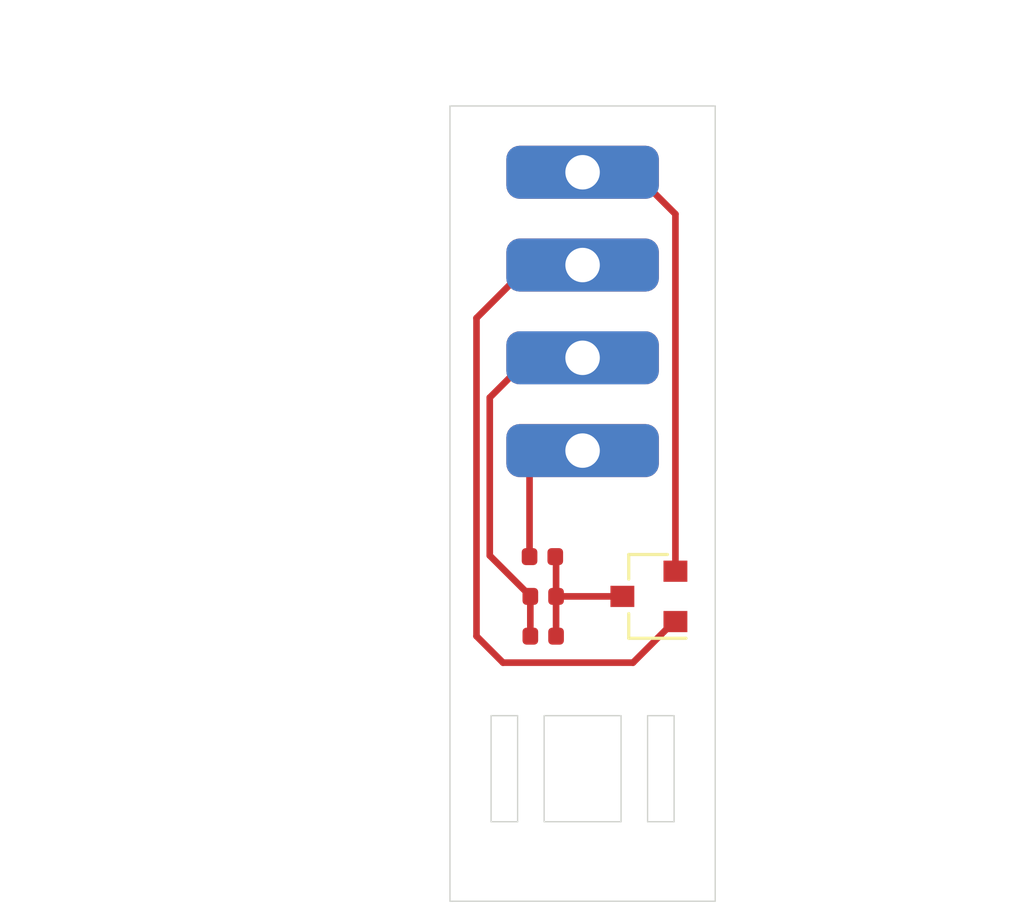
<source format=kicad_pcb>
(kicad_pcb (version 20171130) (host pcbnew "(5.1.5)-3")

  (general
    (thickness 0.2032)
    (drawings 24)
    (tracks 22)
    (zones 0)
    (modules 8)
    (nets 6)
  )

  (page A4)
  (layers
    (0 F.Cu signal)
    (31 B.Cu signal)
    (33 F.Adhes user)
    (35 F.Paste user)
    (37 F.SilkS user)
    (38 B.Mask user)
    (39 F.Mask user)
    (40 Dwgs.User user)
    (41 Cmts.User user)
    (42 Eco1.User user)
    (43 Eco2.User user)
    (44 Edge.Cuts user)
    (45 Margin user)
    (46 B.CrtYd user)
    (47 F.CrtYd user)
    (49 F.Fab user)
  )

  (setup
    (last_trace_width 0.25)
    (trace_clearance 0.2)
    (zone_clearance 0.508)
    (zone_45_only no)
    (trace_min 0.2)
    (via_size 0.8)
    (via_drill 0.4)
    (via_min_size 0.4)
    (via_min_drill 0.3)
    (uvia_size 0.3)
    (uvia_drill 0.1)
    (uvias_allowed no)
    (uvia_min_size 0.2)
    (uvia_min_drill 0.1)
    (edge_width 0.05)
    (segment_width 0.2)
    (pcb_text_width 0.3)
    (pcb_text_size 1.5 1.5)
    (mod_edge_width 0.12)
    (mod_text_size 1 1)
    (mod_text_width 0.15)
    (pad_size 1.3 1.3)
    (pad_drill 1.3)
    (pad_to_mask_clearance 0.05)
    (aux_axis_origin 0 0)
    (visible_elements 7FFFFFFF)
    (pcbplotparams
      (layerselection 0x01000_7fffffff)
      (usegerberextensions false)
      (usegerberattributes true)
      (usegerberadvancedattributes true)
      (creategerberjobfile true)
      (excludeedgelayer true)
      (linewidth 0.100000)
      (plotframeref false)
      (viasonmask false)
      (mode 1)
      (useauxorigin false)
      (hpglpennumber 1)
      (hpglpenspeed 20)
      (hpglpendiameter 15.000000)
      (psnegative false)
      (psa4output false)
      (plotreference true)
      (plotvalue true)
      (plotinvisibletext false)
      (padsonsilk false)
      (subtractmaskfromsilk false)
      (outputformat 1)
      (mirror false)
      (drillshape 0)
      (scaleselection 1)
      (outputdirectory ""))
  )

  (net 0 "")
  (net 1 "Net-(C1-Pad2)")
  (net 2 "Net-(C1-Pad1)")
  (net 3 "Net-(J1-Pad1)")
  (net 4 GND)
  (net 5 "Net-(C2-Pad2)")

  (net_class Default "This is the default net class."
    (clearance 0.2)
    (trace_width 0.25)
    (via_dia 0.8)
    (via_drill 0.4)
    (uvia_dia 0.3)
    (uvia_drill 0.1)
    (add_net GND)
    (add_net "Net-(C1-Pad1)")
    (add_net "Net-(C1-Pad2)")
    (add_net "Net-(C2-Pad2)")
    (add_net "Net-(J1-Pad1)")
  )

  (module HarwinHVv2board:Pin_D1.3mm_L5.75mmW2.0mm (layer F.Cu) (tedit 5F7DFB19) (tstamp 603FA422)
    (at 172 110)
    (descr "solder Pin_ diameter 1.3mm, hole diameter 1.3mm, length 11.0mm")
    (tags "solder Pin_ pressfit")
    (path /5F3EF7C5)
    (fp_text reference J4 (at 0 -3.2) (layer F.SilkS) hide
      (effects (font (size 1 1) (thickness 0.15)))
    )
    (fp_text value P (at 0 3.2) (layer F.Fab)
      (effects (font (size 1 1) (thickness 0.15)))
    )
    (fp_text user %R (at 0.3 0) (layer F.Fab)
      (effects (font (size 1 1) (thickness 0.15)))
    )
    (fp_circle (center 0 0) (end 0.65 -0.05) (layer F.Fab) (width 0.12))
    (pad 2 smd circle (at 0 0) (size 1.8 1.8) (layers B.Cu F.Paste F.Mask))
    (pad 1 thru_hole roundrect (at 0 0) (size 5.75 2) (drill 1.3) (layers F.Cu F.Mask) (roundrect_rratio 0.25)
      (net 5 "Net-(C2-Pad2)"))
    (model "${KIPRJMOD}/Harwin socket 018664.STEP"
      (at (xyz 0 0 0))
      (scale (xyz 1 1 1))
      (rotate (xyz -90 0 0))
    )
  )

  (module HarwinHVv2board:Pin_D1.3mm_L5.75mmW2.0mm (layer F.Cu) (tedit 5F7DFB19) (tstamp 5F5380A9)
    (at 172 99.5)
    (descr "solder Pin_ diameter 1.3mm, hole diameter 1.3mm, length 11.0mm")
    (tags "solder Pin_ pressfit")
    (path /5F3EE1A4)
    (fp_text reference J1 (at 0 2.4) (layer F.SilkS) hide
      (effects (font (size 1 1) (thickness 0.15)))
    )
    (fp_text value D (at 4 0) (layer F.SilkS) hide
      (effects (font (size 1 1) (thickness 0.15)))
    )
    (fp_text user %R (at 0 2.4) (layer F.Fab)
      (effects (font (size 1 1) (thickness 0.15)))
    )
    (fp_circle (center 0 0) (end 0.65 -0.05) (layer F.Fab) (width 0.12))
    (pad 2 smd circle (at 0 0) (size 1.8 1.8) (layers B.Cu F.Paste F.Mask))
    (pad 1 thru_hole roundrect (at 0 0) (size 5.75 2) (drill 1.3) (layers F.Cu F.Mask) (roundrect_rratio 0.25)
      (net 3 "Net-(J1-Pad1)"))
    (model "${KIPRJMOD}/Harwin socket 018664.STEP"
      (at (xyz 0 0 0))
      (scale (xyz 1 1 1))
      (rotate (xyz -90 0 0))
    )
  )

  (module HarwinHVv2board:Pin_D1.3mm_L5.75mmW2.0mm (layer F.Cu) (tedit 5F7DFB19) (tstamp 5F538073)
    (at 172 106.5)
    (descr "solder Pin_ diameter 1.3mm, hole diameter 1.3mm, length 11.0mm")
    (tags "solder Pin_ pressfit")
    (path /5F3EF4E1)
    (fp_text reference J3 (at 0 2.4) (layer F.SilkS) hide
      (effects (font (size 1 1) (thickness 0.15)))
    )
    (fp_text value F (at 4 0) (layer F.SilkS) hide
      (effects (font (size 1 1) (thickness 0.15)))
    )
    (fp_text user %R (at 0 2.4) (layer F.Fab)
      (effects (font (size 1 1) (thickness 0.15)))
    )
    (fp_circle (center 0 0) (end 0.65 -0.05) (layer F.Fab) (width 0.12))
    (pad 2 smd circle (at 0 0) (size 1.8 1.8) (layers B.Cu F.Paste F.Mask)
      (net 1 "Net-(C1-Pad2)"))
    (pad 1 thru_hole roundrect (at 0 0) (size 5.75 2) (drill 1.3) (layers F.Cu F.Mask) (roundrect_rratio 0.25)
      (net 1 "Net-(C1-Pad2)"))
    (model "${KIPRJMOD}/Harwin socket 018664.STEP"
      (at (xyz 0 0 0))
      (scale (xyz 1 1 1))
      (rotate (xyz -90 0 0))
    )
  )

  (module HarwinHVv2board:Pin_D1.3mm_L5.75mmW2.0mm (layer F.Cu) (tedit 5F7DFB19) (tstamp 5F538085)
    (at 172 103)
    (descr "solder Pin_ diameter 1.3mm, hole diameter 1.3mm, length 11.0mm")
    (tags "solder Pin_ pressfit")
    (path /5F3EF25D)
    (fp_text reference J2 (at 0 2.4) (layer F.SilkS) hide
      (effects (font (size 1 1) (thickness 0.15)))
    )
    (fp_text value S (at 4 0) (layer F.SilkS) hide
      (effects (font (size 1 1) (thickness 0.15)))
    )
    (fp_text user %R (at 0 2.4) (layer F.Fab)
      (effects (font (size 1 1) (thickness 0.15)))
    )
    (fp_circle (center 0 0) (end 0.65 -0.05) (layer F.Fab) (width 0.12))
    (pad 2 smd circle (at 0 0) (size 1.8 1.8) (layers B.Cu F.Paste F.Mask))
    (pad 1 thru_hole roundrect (at 0 0) (size 5.75 2) (drill 1.3) (layers F.Cu F.Mask) (roundrect_rratio 0.25)
      (net 4 GND))
    (model "${KIPRJMOD}/Harwin socket 018664.STEP"
      (at (xyz 0 0 0))
      (scale (xyz 1 1 1))
      (rotate (xyz -90 0 0))
    )
  )

  (module Resistor_SMD:R_0402_1005Metric (layer F.Cu) (tedit 5B301BBD) (tstamp 603FA2E1)
    (at 170.485 114 180)
    (descr "Resistor SMD 0402 (1005 Metric), square (rectangular) end terminal, IPC_7351 nominal, (Body size source: http://www.tortai-tech.com/upload/download/2011102023233369053.pdf), generated with kicad-footprint-generator")
    (tags resistor)
    (path /5F3F69C4)
    (attr smd)
    (fp_text reference C2 (at 1.985 0) (layer F.SilkS) hide
      (effects (font (size 1 1) (thickness 0.15)))
    )
    (fp_text value C (at 0 1.17) (layer F.Fab)
      (effects (font (size 1 1) (thickness 0.15)))
    )
    (fp_text user %R (at 0 0) (layer F.Fab)
      (effects (font (size 0.25 0.25) (thickness 0.04)))
    )
    (fp_line (start 0.93 0.47) (end -0.93 0.47) (layer F.CrtYd) (width 0.05))
    (fp_line (start 0.93 -0.47) (end 0.93 0.47) (layer F.CrtYd) (width 0.05))
    (fp_line (start -0.93 -0.47) (end 0.93 -0.47) (layer F.CrtYd) (width 0.05))
    (fp_line (start -0.93 0.47) (end -0.93 -0.47) (layer F.CrtYd) (width 0.05))
    (fp_line (start 0.5 0.25) (end -0.5 0.25) (layer F.Fab) (width 0.1))
    (fp_line (start 0.5 -0.25) (end 0.5 0.25) (layer F.Fab) (width 0.1))
    (fp_line (start -0.5 -0.25) (end 0.5 -0.25) (layer F.Fab) (width 0.1))
    (fp_line (start -0.5 0.25) (end -0.5 -0.25) (layer F.Fab) (width 0.1))
    (pad 2 smd roundrect (at 0.485 0 180) (size 0.59 0.64) (layers F.Cu F.Paste F.Mask) (roundrect_rratio 0.25)
      (net 5 "Net-(C2-Pad2)"))
    (pad 1 smd roundrect (at -0.485 0 180) (size 0.59 0.64) (layers F.Cu F.Paste F.Mask) (roundrect_rratio 0.25)
      (net 2 "Net-(C1-Pad1)"))
    (model ${KISYS3DMOD}/Resistor_SMD.3dshapes/R_0402_1005Metric.wrl
      (at (xyz 0 0 0))
      (scale (xyz 1 1 1))
      (rotate (xyz 0 0 0))
    )
  )

  (module Resistor_SMD:R_0402_1005Metric (layer F.Cu) (tedit 5B301BBD) (tstamp 603FA790)
    (at 170.515 115.5 180)
    (descr "Resistor SMD 0402 (1005 Metric), square (rectangular) end terminal, IPC_7351 nominal, (Body size source: http://www.tortai-tech.com/upload/download/2011102023233369053.pdf), generated with kicad-footprint-generator")
    (tags resistor)
    (path /5F3F49EA)
    (attr smd)
    (fp_text reference C1 (at 2.015 0) (layer F.SilkS) hide
      (effects (font (size 1 1) (thickness 0.15)))
    )
    (fp_text value C (at 0 1.17) (layer F.Fab)
      (effects (font (size 1 1) (thickness 0.15)))
    )
    (fp_text user %R (at 0 0) (layer F.Fab)
      (effects (font (size 0.25 0.25) (thickness 0.04)))
    )
    (fp_line (start 0.93 0.47) (end -0.93 0.47) (layer F.CrtYd) (width 0.05))
    (fp_line (start 0.93 -0.47) (end 0.93 0.47) (layer F.CrtYd) (width 0.05))
    (fp_line (start -0.93 -0.47) (end 0.93 -0.47) (layer F.CrtYd) (width 0.05))
    (fp_line (start -0.93 0.47) (end -0.93 -0.47) (layer F.CrtYd) (width 0.05))
    (fp_line (start 0.5 0.25) (end -0.5 0.25) (layer F.Fab) (width 0.1))
    (fp_line (start 0.5 -0.25) (end 0.5 0.25) (layer F.Fab) (width 0.1))
    (fp_line (start -0.5 -0.25) (end 0.5 -0.25) (layer F.Fab) (width 0.1))
    (fp_line (start -0.5 0.25) (end -0.5 -0.25) (layer F.Fab) (width 0.1))
    (pad 2 smd roundrect (at 0.485 0 180) (size 0.59 0.64) (layers F.Cu F.Paste F.Mask) (roundrect_rratio 0.25)
      (net 1 "Net-(C1-Pad2)"))
    (pad 1 smd roundrect (at -0.485 0 180) (size 0.59 0.64) (layers F.Cu F.Paste F.Mask) (roundrect_rratio 0.25)
      (net 2 "Net-(C1-Pad1)"))
    (model ${KISYS3DMOD}/Resistor_SMD.3dshapes/R_0402_1005Metric.wrl
      (at (xyz 0 0 0))
      (scale (xyz 1 1 1))
      (rotate (xyz 0 0 0))
    )
  )

  (module Package_TO_SOT_SMD:SOT-23 (layer F.Cu) (tedit 5A02FF57) (tstamp 5F64044D)
    (at 174.5 115.5 180)
    (descr "SOT-23, Standard")
    (tags SOT-23)
    (path /5F622DFC)
    (attr smd)
    (fp_text reference Q1 (at 0 -2.5) (layer F.SilkS) hide
      (effects (font (size 1 1) (thickness 0.15)))
    )
    (fp_text value Q_NJFET_SDG (at 0 2.5) (layer F.Fab)
      (effects (font (size 1 1) (thickness 0.15)))
    )
    (fp_line (start 0.76 1.58) (end -0.7 1.58) (layer F.SilkS) (width 0.12))
    (fp_line (start 0.76 -1.58) (end -1.4 -1.58) (layer F.SilkS) (width 0.12))
    (fp_line (start -1.7 1.75) (end -1.7 -1.75) (layer F.CrtYd) (width 0.05))
    (fp_line (start 1.7 1.75) (end -1.7 1.75) (layer F.CrtYd) (width 0.05))
    (fp_line (start 1.7 -1.75) (end 1.7 1.75) (layer F.CrtYd) (width 0.05))
    (fp_line (start -1.7 -1.75) (end 1.7 -1.75) (layer F.CrtYd) (width 0.05))
    (fp_line (start 0.76 -1.58) (end 0.76 -0.65) (layer F.SilkS) (width 0.12))
    (fp_line (start 0.76 1.58) (end 0.76 0.65) (layer F.SilkS) (width 0.12))
    (fp_line (start -0.7 1.52) (end 0.7 1.52) (layer F.Fab) (width 0.1))
    (fp_line (start 0.7 -1.52) (end 0.7 1.52) (layer F.Fab) (width 0.1))
    (fp_line (start -0.7 -0.95) (end -0.15 -1.52) (layer F.Fab) (width 0.1))
    (fp_line (start -0.15 -1.52) (end 0.7 -1.52) (layer F.Fab) (width 0.1))
    (fp_line (start -0.7 -0.95) (end -0.7 1.5) (layer F.Fab) (width 0.1))
    (fp_text user %R (at 0 0 90) (layer F.Fab)
      (effects (font (size 0.5 0.5) (thickness 0.075)))
    )
    (pad 3 smd rect (at 1 0 180) (size 0.9 0.8) (layers F.Cu F.Paste F.Mask)
      (net 2 "Net-(C1-Pad1)"))
    (pad 2 smd rect (at -1 0.95 180) (size 0.9 0.8) (layers F.Cu F.Paste F.Mask)
      (net 3 "Net-(J1-Pad1)"))
    (pad 1 smd rect (at -1 -0.95 180) (size 0.9 0.8) (layers F.Cu F.Paste F.Mask)
      (net 4 GND))
    (model ${KISYS3DMOD}/Package_TO_SOT_SMD.3dshapes/SOT-23.wrl
      (at (xyz 0 0 0))
      (scale (xyz 1 1 1))
      (rotate (xyz 0 0 0))
    )
  )

  (module Resistor_SMD:R_0402_1005Metric (layer F.Cu) (tedit 5B301BBD) (tstamp 5F5784CA)
    (at 170.515 117 180)
    (descr "Resistor SMD 0402 (1005 Metric), square (rectangular) end terminal, IPC_7351 nominal, (Body size source: http://www.tortai-tech.com/upload/download/2011102023233369053.pdf), generated with kicad-footprint-generator")
    (tags resistor)
    (path /5F3F635A)
    (attr smd)
    (fp_text reference R1 (at 2.015 0) (layer F.SilkS) hide
      (effects (font (size 1 1) (thickness 0.15)))
    )
    (fp_text value R (at 0 1.17) (layer F.Fab)
      (effects (font (size 1 1) (thickness 0.15)))
    )
    (fp_line (start -0.5 0.25) (end -0.5 -0.25) (layer F.Fab) (width 0.1))
    (fp_line (start -0.5 -0.25) (end 0.5 -0.25) (layer F.Fab) (width 0.1))
    (fp_line (start 0.5 -0.25) (end 0.5 0.25) (layer F.Fab) (width 0.1))
    (fp_line (start 0.5 0.25) (end -0.5 0.25) (layer F.Fab) (width 0.1))
    (fp_line (start -0.93 0.47) (end -0.93 -0.47) (layer F.CrtYd) (width 0.05))
    (fp_line (start -0.93 -0.47) (end 0.93 -0.47) (layer F.CrtYd) (width 0.05))
    (fp_line (start 0.93 -0.47) (end 0.93 0.47) (layer F.CrtYd) (width 0.05))
    (fp_line (start 0.93 0.47) (end -0.93 0.47) (layer F.CrtYd) (width 0.05))
    (fp_text user %R (at 0 0) (layer F.Fab)
      (effects (font (size 0.25 0.25) (thickness 0.04)))
    )
    (pad 2 smd roundrect (at 0.485 0 180) (size 0.59 0.64) (layers F.Cu F.Paste F.Mask) (roundrect_rratio 0.25)
      (net 1 "Net-(C1-Pad2)"))
    (pad 1 smd roundrect (at -0.485 0 180) (size 0.59 0.64) (layers F.Cu F.Paste F.Mask) (roundrect_rratio 0.25)
      (net 2 "Net-(C1-Pad1)"))
    (model ${KISYS3DMOD}/Resistor_SMD.3dshapes/R_0402_1005Metric.wrl
      (at (xyz 0 0 0))
      (scale (xyz 1 1 1))
      (rotate (xyz 0 0 0))
    )
  )

  (gr_line (start 168.55 120) (end 169.55 120) (layer Edge.Cuts) (width 0.05) (tstamp 5F6A73C0))
  (gr_line (start 168.55 124) (end 169.55 124) (layer Edge.Cuts) (width 0.05) (tstamp 5F6A73BD))
  (gr_line (start 175.45 124) (end 174.45 124) (layer Edge.Cuts) (width 0.05) (tstamp 5F6A73BA))
  (gr_line (start 175.45 120) (end 174.45 120) (layer Edge.Cuts) (width 0.05) (tstamp 5F6A73B6))
  (gr_line (start 174.45 120) (end 174.45 124) (layer Edge.Cuts) (width 0.05))
  (gr_line (start 169.55 120) (end 169.55 124) (layer Edge.Cuts) (width 0.05))
  (gr_line (start 168.55 120) (end 168.55 124) (layer Edge.Cuts) (width 0.05) (tstamp 5F6A736C))
  (gr_line (start 175.45 120) (end 175.45 124) (layer Edge.Cuts) (width 0.05))
  (gr_line (start 170.55 120) (end 170.55 124) (layer Edge.Cuts) (width 0.05) (tstamp 5F6A729A))
  (gr_line (start 173.45 120) (end 170.55 120) (layer Edge.Cuts) (width 0.05))
  (gr_line (start 173.45 124) (end 173.45 120) (layer Edge.Cuts) (width 0.05))
  (gr_line (start 170.55 124) (end 173.45 124) (layer Edge.Cuts) (width 0.05))
  (dimension 20 (width 0.15) (layer Dwgs.User)
    (gr_text "20.000 mm" (at 184.3 107 270) (layer Dwgs.User)
      (effects (font (size 1 1) (thickness 0.15)))
    )
    (feature1 (pts (xy 177.5 117) (xy 183.586421 117)))
    (feature2 (pts (xy 177.5 97) (xy 183.586421 97)))
    (crossbar (pts (xy 183 97) (xy 183 117)))
    (arrow1a (pts (xy 183 117) (xy 182.413579 115.873496)))
    (arrow1b (pts (xy 183 117) (xy 183.586421 115.873496)))
    (arrow2a (pts (xy 183 97) (xy 182.413579 98.126504)))
    (arrow2b (pts (xy 183 97) (xy 183.586421 98.126504)))
  )
  (gr_line (start 177 119.5) (end 167 119.5) (layer Dwgs.User) (width 0.15))
  (dimension 7.5 (width 0.15) (layer Dwgs.User)
    (gr_text "7.500 mm" (at 158.2 115.75 270) (layer Dwgs.User)
      (effects (font (size 1 1) (thickness 0.15)))
    )
    (feature1 (pts (xy 166.5 119.5) (xy 158.913579 119.5)))
    (feature2 (pts (xy 166.5 112) (xy 158.913579 112)))
    (crossbar (pts (xy 159.5 112) (xy 159.5 119.5)))
    (arrow1a (pts (xy 159.5 119.5) (xy 158.913579 118.373496)))
    (arrow1b (pts (xy 159.5 119.5) (xy 160.086421 118.373496)))
    (arrow2a (pts (xy 159.5 112) (xy 158.913579 113.126504)))
    (arrow2b (pts (xy 159.5 112) (xy 160.086421 113.126504)))
  )
  (gr_line (start 169 112) (end 175 112) (layer Dwgs.User) (width 0.15))
  (dimension 2 (width 0.15) (layer Dwgs.User)
    (gr_text "2.000 mm" (at 156.2 111 270) (layer Dwgs.User)
      (effects (font (size 1 1) (thickness 0.15)))
    )
    (feature1 (pts (xy 166.5 112) (xy 156.913579 112)))
    (feature2 (pts (xy 166.5 110) (xy 156.913579 110)))
    (crossbar (pts (xy 157.5 110) (xy 157.5 112)))
    (arrow1a (pts (xy 157.5 112) (xy 156.913579 110.873496)))
    (arrow1b (pts (xy 157.5 112) (xy 158.086421 110.873496)))
    (arrow2a (pts (xy 157.5 110) (xy 156.913579 111.126504)))
    (arrow2b (pts (xy 157.5 110) (xy 158.086421 111.126504)))
  )
  (gr_line (start 167 97) (end 167 127) (layer Edge.Cuts) (width 0.05))
  (dimension 10 (width 0.15) (layer Dwgs.User)
    (gr_text "10.000 mm" (at 172 93.7) (layer Dwgs.User)
      (effects (font (size 1 1) (thickness 0.15)))
    )
    (feature1 (pts (xy 167 96.5) (xy 167 94.413579)))
    (feature2 (pts (xy 177 96.5) (xy 177 94.413579)))
    (crossbar (pts (xy 177 95) (xy 167 95)))
    (arrow1a (pts (xy 167 95) (xy 168.126504 94.413579)))
    (arrow1b (pts (xy 167 95) (xy 168.126504 95.586421)))
    (arrow2a (pts (xy 177 95) (xy 175.873496 94.413579)))
    (arrow2b (pts (xy 177 95) (xy 175.873496 95.586421)))
  )
  (dimension 2.5 (width 0.15) (layer Dwgs.User)
    (gr_text "2.500 mm" (at 153.7 98.25 270) (layer Dwgs.User)
      (effects (font (size 1 1) (thickness 0.15)))
    )
    (feature1 (pts (xy 166.5 99.5) (xy 154.413579 99.5)))
    (feature2 (pts (xy 166.5 97) (xy 154.413579 97)))
    (crossbar (pts (xy 155 97) (xy 155 99.5)))
    (arrow1a (pts (xy 155 99.5) (xy 154.413579 98.373496)))
    (arrow1b (pts (xy 155 99.5) (xy 155.586421 98.373496)))
    (arrow2a (pts (xy 155 97) (xy 154.413579 98.126504)))
    (arrow2b (pts (xy 155 97) (xy 155.586421 98.126504)))
  )
  (gr_line (start 177 97) (end 167 97) (layer Edge.Cuts) (width 0.05))
  (dimension 30 (width 0.15) (layer Dwgs.User)
    (gr_text "30.000 mm" (at 187.3 112 270) (layer Dwgs.User)
      (effects (font (size 1 1) (thickness 0.15)) hide)
    )
    (feature1 (pts (xy 177.5 127) (xy 186.586421 127)))
    (feature2 (pts (xy 177.5 97) (xy 186.586421 97)))
    (crossbar (pts (xy 186 97) (xy 186 127)))
    (arrow1a (pts (xy 186 127) (xy 185.413579 125.873496)))
    (arrow1b (pts (xy 186 127) (xy 186.586421 125.873496)))
    (arrow2a (pts (xy 186 97) (xy 185.413579 98.126504)))
    (arrow2b (pts (xy 186 97) (xy 186.586421 98.126504)))
  )
  (gr_line (start 177 127) (end 167 127) (layer Edge.Cuts) (width 0.05) (tstamp 5F538065))
  (gr_line (start 177 97) (end 177 127) (layer Edge.Cuts) (width 0.05) (tstamp 5F538068))

  (segment (start 170.03 117) (end 170.03 115.5) (width 0.25) (layer F.Cu) (net 1) (status 30))
  (segment (start 170.03 115.49) (end 170.03 115.5) (width 0.25) (layer F.Cu) (net 1) (status 30))
  (segment (start 168.5 108) (end 168.5 113.96) (width 0.25) (layer F.Cu) (net 1))
  (segment (start 168.5 113.96) (end 170.03 115.49) (width 0.25) (layer F.Cu) (net 1) (status 20))
  (segment (start 172 106.5) (end 170 106.5) (width 0.25) (layer F.Cu) (net 1) (status 30))
  (segment (start 170 106.5) (end 168.5 108) (width 0.25) (layer F.Cu) (net 1) (status 10))
  (segment (start 173.5 115.5) (end 171 115.5) (width 0.25) (layer F.Cu) (net 2) (status 30))
  (segment (start 171 115.5) (end 171 114.03) (width 0.25) (layer F.Cu) (net 2) (status 30))
  (segment (start 171 115.5) (end 171 117) (width 0.25) (layer F.Cu) (net 2) (status 30))
  (segment (start 175.5 101.078) (end 175.5 114.55) (width 0.25) (layer F.Cu) (net 3) (status 20))
  (segment (start 172 99.5) (end 173.922 99.5) (width 0.25) (layer F.Cu) (net 3) (status 30))
  (segment (start 173.922 99.5) (end 175.5 101.078) (width 0.25) (layer F.Cu) (net 3) (status 10))
  (segment (start 173.9 118) (end 175.45 116.45) (width 0.25) (layer F.Cu) (net 4) (status 20))
  (segment (start 170 103) (end 168 105) (width 0.25) (layer F.Cu) (net 4) (status 10))
  (segment (start 175.45 116.45) (end 175.5 116.45) (width 0.25) (layer F.Cu) (net 4) (status 30))
  (segment (start 172 103) (end 170 103) (width 0.25) (layer F.Cu) (net 4) (status 30))
  (segment (start 168 105) (end 168 117) (width 0.25) (layer F.Cu) (net 4))
  (segment (start 168 117) (end 169 118) (width 0.25) (layer F.Cu) (net 4))
  (segment (start 169 118) (end 173.9 118) (width 0.25) (layer F.Cu) (net 4))
  (segment (start 170 110.5) (end 170 114) (width 0.25) (layer F.Cu) (net 5) (status 30))
  (segment (start 172 110) (end 170.5 110) (width 0.25) (layer F.Cu) (net 5) (status 30))
  (segment (start 170.5 110) (end 170 110.5) (width 0.25) (layer F.Cu) (net 5) (status 30))

)

</source>
